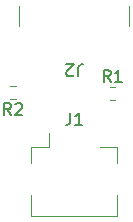
<source format=gbr>
%TF.GenerationSoftware,KiCad,Pcbnew,9.0.0*%
%TF.CreationDate,2025-06-21T10:21:25-05:00*%
%TF.ProjectId,SDC_USB_Breakout,5344435f-5553-4425-9f42-7265616b6f75,rev?*%
%TF.SameCoordinates,Original*%
%TF.FileFunction,Legend,Top*%
%TF.FilePolarity,Positive*%
%FSLAX46Y46*%
G04 Gerber Fmt 4.6, Leading zero omitted, Abs format (unit mm)*
G04 Created by KiCad (PCBNEW 9.0.0) date 2025-06-21 10:21:25*
%MOMM*%
%LPD*%
G01*
G04 APERTURE LIST*
%ADD10C,0.150000*%
%ADD11C,0.120000*%
G04 APERTURE END LIST*
D10*
X114383333Y-41090505D02*
X114050000Y-40614314D01*
X113811905Y-41090505D02*
X113811905Y-40090505D01*
X113811905Y-40090505D02*
X114192857Y-40090505D01*
X114192857Y-40090505D02*
X114288095Y-40138124D01*
X114288095Y-40138124D02*
X114335714Y-40185743D01*
X114335714Y-40185743D02*
X114383333Y-40280981D01*
X114383333Y-40280981D02*
X114383333Y-40423838D01*
X114383333Y-40423838D02*
X114335714Y-40519076D01*
X114335714Y-40519076D02*
X114288095Y-40566695D01*
X114288095Y-40566695D02*
X114192857Y-40614314D01*
X114192857Y-40614314D02*
X113811905Y-40614314D01*
X115335714Y-41090505D02*
X114764286Y-41090505D01*
X115050000Y-41090505D02*
X115050000Y-40090505D01*
X115050000Y-40090505D02*
X114954762Y-40233362D01*
X114954762Y-40233362D02*
X114859524Y-40328600D01*
X114859524Y-40328600D02*
X114764286Y-40376219D01*
X110966666Y-43704819D02*
X110966666Y-44419104D01*
X110966666Y-44419104D02*
X110919047Y-44561961D01*
X110919047Y-44561961D02*
X110823809Y-44657200D01*
X110823809Y-44657200D02*
X110680952Y-44704819D01*
X110680952Y-44704819D02*
X110585714Y-44704819D01*
X111966666Y-44704819D02*
X111395238Y-44704819D01*
X111680952Y-44704819D02*
X111680952Y-43704819D01*
X111680952Y-43704819D02*
X111585714Y-43847676D01*
X111585714Y-43847676D02*
X111490476Y-43942914D01*
X111490476Y-43942914D02*
X111395238Y-43990533D01*
X111633333Y-40610866D02*
X111633333Y-39896581D01*
X111633333Y-39896581D02*
X111680952Y-39753724D01*
X111680952Y-39753724D02*
X111776190Y-39658486D01*
X111776190Y-39658486D02*
X111919047Y-39610866D01*
X111919047Y-39610866D02*
X112014285Y-39610866D01*
X111204761Y-40515628D02*
X111157142Y-40563247D01*
X111157142Y-40563247D02*
X111061904Y-40610866D01*
X111061904Y-40610866D02*
X110823809Y-40610866D01*
X110823809Y-40610866D02*
X110728571Y-40563247D01*
X110728571Y-40563247D02*
X110680952Y-40515628D01*
X110680952Y-40515628D02*
X110633333Y-40420390D01*
X110633333Y-40420390D02*
X110633333Y-40325152D01*
X110633333Y-40325152D02*
X110680952Y-40182295D01*
X110680952Y-40182295D02*
X111252380Y-39610866D01*
X111252380Y-39610866D02*
X110633333Y-39610866D01*
X105933333Y-43884819D02*
X105600000Y-43408628D01*
X105361905Y-43884819D02*
X105361905Y-42884819D01*
X105361905Y-42884819D02*
X105742857Y-42884819D01*
X105742857Y-42884819D02*
X105838095Y-42932438D01*
X105838095Y-42932438D02*
X105885714Y-42980057D01*
X105885714Y-42980057D02*
X105933333Y-43075295D01*
X105933333Y-43075295D02*
X105933333Y-43218152D01*
X105933333Y-43218152D02*
X105885714Y-43313390D01*
X105885714Y-43313390D02*
X105838095Y-43361009D01*
X105838095Y-43361009D02*
X105742857Y-43408628D01*
X105742857Y-43408628D02*
X105361905Y-43408628D01*
X106314286Y-42980057D02*
X106361905Y-42932438D01*
X106361905Y-42932438D02*
X106457143Y-42884819D01*
X106457143Y-42884819D02*
X106695238Y-42884819D01*
X106695238Y-42884819D02*
X106790476Y-42932438D01*
X106790476Y-42932438D02*
X106838095Y-42980057D01*
X106838095Y-42980057D02*
X106885714Y-43075295D01*
X106885714Y-43075295D02*
X106885714Y-43170533D01*
X106885714Y-43170533D02*
X106838095Y-43313390D01*
X106838095Y-43313390D02*
X106266667Y-43884819D01*
X106266667Y-43884819D02*
X106885714Y-43884819D01*
D11*
%TO.C,R1*%
X114312742Y-41543186D02*
X114787258Y-41543186D01*
X114312742Y-42588186D02*
X114787258Y-42588186D01*
%TO.C,J1*%
X107650000Y-46650000D02*
X107650000Y-47990000D01*
X107650000Y-50710000D02*
X107650000Y-52450000D01*
X107650000Y-52450000D02*
X114950000Y-52450000D01*
X109140000Y-46650000D02*
X107650000Y-46650000D01*
X109140000Y-46650000D02*
X109140000Y-45450000D01*
X113460000Y-46650000D02*
X114950000Y-46650000D01*
X114950000Y-46650000D02*
X114950000Y-47990000D01*
X114950000Y-52450000D02*
X114950000Y-50710000D01*
%TO.C,J2*%
X106630000Y-34665686D02*
X106630000Y-36365686D01*
X115970000Y-34665686D02*
X115970000Y-36365686D01*
%TO.C,R2*%
X106337258Y-41477500D02*
X105862742Y-41477500D01*
X106337258Y-42522500D02*
X105862742Y-42522500D01*
%TD*%
M02*

</source>
